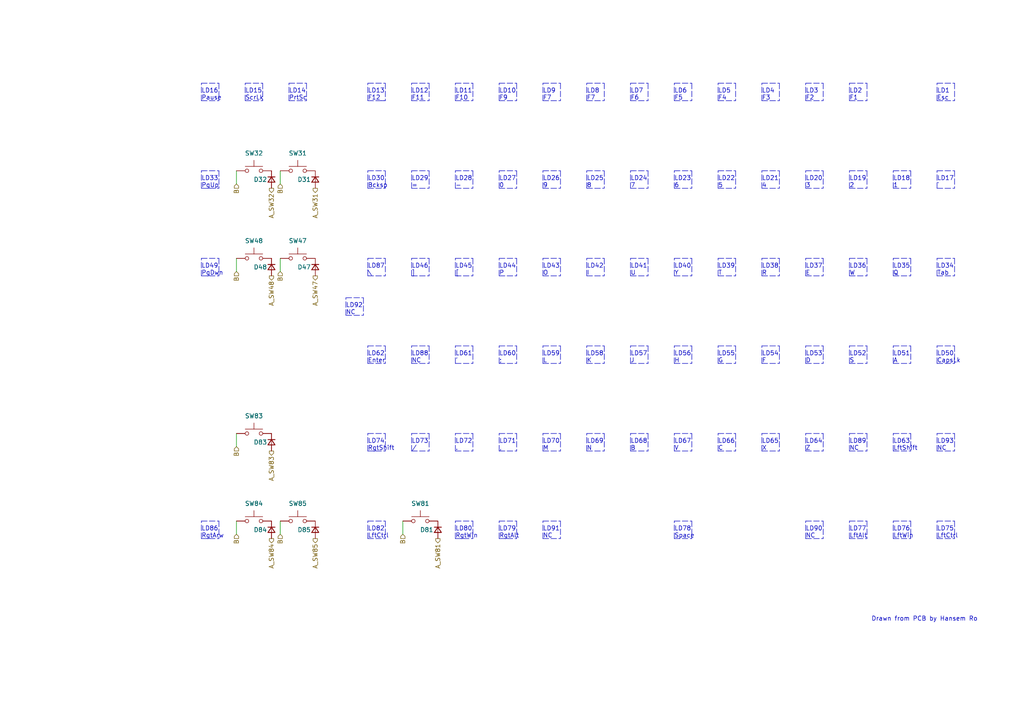
<source format=kicad_sch>
(kicad_sch (version 20211123) (generator eeschema)
  (paper "A4")
  (lib_symbols
    (symbol "Device:D_Small" (pin_numbers hide) (pin_names (offset 0.254) hide)
      (property "Reference" "D" (at -1.27 2.032 0))
      (property "Value" "D_Small" (at -3.81 -2.032 0))
      (symbol "D_Small_0_1"
        (polyline (pts (xy -0.762 -1.016) (xy -0.762 1.016)) (stroke (width 0.254)))
        (polyline (pts (xy -0.762 0) (xy 0.762 0)))
        (polyline (pts (xy 0.762 -1.016) (xy -0.762 0) (xy 0.762 1.016) (xy 0.762 -1.016)) (stroke (width 0.254)))
      )
      (symbol "D_Small_1_1"
        (pin passive line (at -2.54 0 0) (length 1.778) (name "K") (number "1"))
        (pin passive line (at 2.54 0 180) (length 1.778) (name "A") (number "2"))
      )
    )
    (symbol "Switch:SW_Push" (pin_numbers hide) (pin_names (offset 1.016) hide)
      (property "Reference" "SW" (at 1.27 2.54 0))
      (property "Value" "SW_Push" (at 0 -1.524 0))
      (symbol "SW_Push_0_1"
        (circle (center -2.032 0) (radius 0.508))
        (polyline (pts (xy 0 1.27) (xy 0 3.048)))
        (polyline (pts (xy 2.54 1.27) (xy -2.54 1.27)))
        (circle (center 2.032 0) (radius 0.508))
        (pin passive line (at -5.08 0 0) (length 2.54) (name "1") (number "1"))
        (pin passive line (at 5.08 0 180) (length 2.54) (name "2") (number "2"))
      )
    )
  )
  (polyline (pts (xy 226.06 125.73) (xy 226.06 130.81)))
  (polyline (pts (xy 276.86 151.13) (xy 276.86 156.21)))
  (polyline (pts (xy 271.78 151.13) (xy 276.86 151.13)))
  (polyline (pts (xy 259.08 49.53) (xy 264.16 49.53)))
  (polyline (pts (xy 220.98 24.13) (xy 226.06 24.13)))
  (polyline (pts (xy 226.06 49.53) (xy 226.06 54.61)))
  (polyline (pts (xy 187.96 100.33) (xy 187.96 105.41)))
  (polyline (pts (xy 271.78 80.01) (xy 276.86 80.01)))
  (polyline (pts (xy 157.48 151.13) (xy 162.56 151.13)))
  (polyline (pts (xy 170.18 130.81) (xy 175.26 130.81)))
  (polyline (pts (xy 175.26 49.53) (xy 175.26 54.61)))
  (polyline (pts (xy 259.08 105.41) (xy 264.16 105.41)))
  (polyline (pts (xy 264.16 151.13) (xy 264.16 156.21)))
  (polyline (pts (xy 106.68 125.73) (xy 111.76 125.73)))
  (polyline (pts (xy 233.68 54.61) (xy 238.76 54.61)))
  (polyline (pts (xy 119.38 80.01) (xy 124.46 80.01)))
  (polyline (pts (xy 259.08 80.01) (xy 264.16 80.01)))
  (polyline (pts (xy 271.78 80.01) (xy 271.78 74.93)))
  (polyline (pts (xy 106.68 105.41) (xy 111.76 105.41)))
  (polyline (pts (xy 132.08 100.33) (xy 137.16 100.33)))
  (polyline (pts (xy 157.48 54.61) (xy 157.48 49.53)))
  (polyline (pts (xy 195.58 125.73) (xy 200.66 125.73)))
  (polyline (pts (xy 200.66 49.53) (xy 200.66 54.61)))
  (polyline (pts (xy 137.16 24.13) (xy 137.16 29.21)))
  (polyline (pts (xy 195.58 80.01) (xy 195.58 74.93)))
  (polyline (pts (xy 195.58 105.41) (xy 200.66 105.41)))
  (polyline (pts (xy 208.28 105.41) (xy 213.36 105.41)))
  (polyline (pts (xy 170.18 29.21) (xy 170.18 24.13)))
  (polyline (pts (xy 246.38 80.01) (xy 251.46 80.01)))
  (polyline (pts (xy 157.48 24.13) (xy 162.56 24.13)))
  (polyline (pts (xy 132.08 24.13) (xy 137.16 24.13)))
  (polyline (pts (xy 220.98 49.53) (xy 226.06 49.53)))
  (polyline (pts (xy 144.78 130.81) (xy 149.86 130.81)))
  (polyline (pts (xy 208.28 130.81) (xy 213.36 130.81)))
  (polyline (pts (xy 195.58 54.61) (xy 195.58 49.53)))
  (polyline (pts (xy 170.18 29.21) (xy 175.26 29.21)))
  (polyline (pts (xy 195.58 130.81) (xy 195.58 125.73)))
  (polyline (pts (xy 132.08 105.41) (xy 137.16 105.41)))
  (polyline (pts (xy 182.88 54.61) (xy 182.88 49.53)))
  (polyline (pts (xy 246.38 49.53) (xy 251.46 49.53)))
  (polyline (pts (xy 170.18 105.41) (xy 175.26 105.41)))
  (polyline (pts (xy 182.88 105.41) (xy 187.96 105.41)))
  (polyline (pts (xy 144.78 80.01) (xy 149.86 80.01)))
  (polyline (pts (xy 157.48 130.81) (xy 157.48 125.73)))
  (polyline (pts (xy 271.78 24.13) (xy 276.86 24.13)))
  (polyline (pts (xy 170.18 54.61) (xy 170.18 49.53)))
  (polyline (pts (xy 149.86 49.53) (xy 149.86 54.61)))
  (polyline (pts (xy 251.46 125.73) (xy 251.46 130.81)))
  (polyline (pts (xy 233.68 151.13) (xy 238.76 151.13)))
  (polyline (pts (xy 208.28 130.81) (xy 208.28 125.73)))
  (polyline (pts (xy 106.68 54.61) (xy 106.68 49.53)))
  (polyline (pts (xy 271.78 105.41) (xy 276.86 105.41)))
  (polyline (pts (xy 195.58 130.81) (xy 200.66 130.81)))
  (polyline (pts (xy 132.08 74.93) (xy 137.16 74.93)))
  (polyline (pts (xy 208.28 29.21) (xy 213.36 29.21)))
  (polyline (pts (xy 233.68 49.53) (xy 238.76 49.53)))
  (polyline (pts (xy 144.78 80.01) (xy 144.78 74.93)))
  (polyline (pts (xy 106.68 29.21) (xy 106.68 24.13)))
  (polyline (pts (xy 276.86 24.13) (xy 276.86 29.21)))
  (polyline (pts (xy 246.38 54.61) (xy 251.46 54.61)))
  (polyline (pts (xy 88.9 24.13) (xy 88.9 29.21)))
  (polyline (pts (xy 233.68 29.21) (xy 238.76 29.21)))
  (polyline (pts (xy 213.36 125.73) (xy 213.36 130.81)))
  (polyline (pts (xy 58.42 29.21) (xy 63.5 29.21)))
  (polyline (pts (xy 233.68 54.61) (xy 233.68 49.53)))
  (polyline (pts (xy 58.42 151.13) (xy 63.5 151.13)))
  (polyline (pts (xy 208.28 24.13) (xy 213.36 24.13)))
  (polyline (pts (xy 137.16 74.93) (xy 137.16 80.01)))
  (polyline (pts (xy 213.36 49.53) (xy 213.36 54.61)))
  (polyline (pts (xy 233.68 74.93) (xy 238.76 74.93)))
  (polyline (pts (xy 259.08 130.81) (xy 259.08 125.73)))
  (polyline (pts (xy 220.98 105.41) (xy 220.98 100.33)))
  (polyline (pts (xy 124.46 125.73) (xy 124.46 130.81)))
  (polyline (pts (xy 106.68 80.01) (xy 106.68 74.93)))
  (polyline (pts (xy 124.46 74.93) (xy 124.46 80.01)))
  (polyline (pts (xy 105.41 86.36) (xy 105.41 91.44)))
  (polyline (pts (xy 259.08 156.21) (xy 259.08 151.13)))
  (polyline (pts (xy 200.66 125.73) (xy 200.66 130.81)))
  (polyline (pts (xy 238.76 151.13) (xy 238.76 156.21)))
  (polyline (pts (xy 157.48 105.41) (xy 162.56 105.41)))
  (polyline (pts (xy 246.38 29.21) (xy 251.46 29.21)))
  (polyline (pts (xy 220.98 105.41) (xy 226.06 105.41)))
  (polyline (pts (xy 246.38 105.41) (xy 251.46 105.41)))
  (polyline (pts (xy 58.42 24.13) (xy 63.5 24.13)))
  (polyline (pts (xy 100.33 86.36) (xy 105.41 86.36)))
  (polyline (pts (xy 271.78 130.81) (xy 271.78 125.73)))
  (polyline (pts (xy 132.08 130.81) (xy 132.08 125.73)))
  (polyline (pts (xy 111.76 24.13) (xy 111.76 29.21)))
  (polyline (pts (xy 170.18 130.81) (xy 170.18 125.73)))
  (polyline (pts (xy 238.76 74.93) (xy 238.76 80.01)))
  (polyline (pts (xy 106.68 80.01) (xy 111.76 80.01)))
  (polyline (pts (xy 144.78 54.61) (xy 149.86 54.61)))
  (polyline (pts (xy 271.78 54.61) (xy 276.86 54.61)))
  (polyline (pts (xy 124.46 24.13) (xy 124.46 29.21)))
  (polyline (pts (xy 124.46 49.53) (xy 124.46 54.61)))
  (polyline (pts (xy 157.48 156.21) (xy 162.56 156.21)))
  (polyline (pts (xy 182.88 29.21) (xy 187.96 29.21)))
  (polyline (pts (xy 208.28 49.53) (xy 213.36 49.53)))
  (polyline (pts (xy 162.56 49.53) (xy 162.56 54.61)))
  (polyline (pts (xy 76.2 24.13) (xy 76.2 29.21)))
  (polyline (pts (xy 132.08 54.61) (xy 132.08 49.53)))
  (polyline (pts (xy 144.78 49.53) (xy 149.86 49.53)))
  (polyline (pts (xy 276.86 74.93) (xy 276.86 80.01)))
  (polyline (pts (xy 187.96 74.93) (xy 187.96 80.01)))
  (polyline (pts (xy 132.08 49.53) (xy 137.16 49.53)))
  (polyline (pts (xy 251.46 74.93) (xy 251.46 80.01)))
  (polyline (pts (xy 149.86 74.93) (xy 149.86 80.01)))
  (polyline (pts (xy 200.66 74.93) (xy 200.66 80.01)))
  (polyline (pts (xy 119.38 100.33) (xy 124.46 100.33)))
  (polyline (pts (xy 111.76 29.21) (xy 110.49 29.21)))
  (polyline (pts (xy 58.42 74.93) (xy 63.5 74.93)))
  (polyline (pts (xy 195.58 156.21) (xy 195.58 151.13)))
  (polyline (pts (xy 208.28 74.93) (xy 213.36 74.93)))
  (polyline (pts (xy 246.38 156.21) (xy 246.38 151.13)))
  (polyline (pts (xy 170.18 100.33) (xy 175.26 100.33)))
  (polyline (pts (xy 233.68 80.01) (xy 233.68 74.93)))
  (polyline (pts (xy 157.48 29.21) (xy 157.48 24.13)))
  (polyline (pts (xy 182.88 74.93) (xy 187.96 74.93)))
  (polyline (pts (xy 233.68 125.73) (xy 238.76 125.73)))
  (polyline (pts (xy 246.38 74.93) (xy 251.46 74.93)))
  (polyline (pts (xy 195.58 74.93) (xy 200.66 74.93)))
  (polyline (pts (xy 106.68 105.41) (xy 106.68 100.33)))
  (polyline (pts (xy 220.98 80.01) (xy 220.98 74.93)))
  (polyline (pts (xy 132.08 29.21) (xy 132.08 24.13)))
  (polyline (pts (xy 111.76 74.93) (xy 111.76 80.01)))
  (polyline (pts (xy 271.78 74.93) (xy 276.86 74.93)))
  (polyline (pts (xy 132.08 130.81) (xy 137.16 130.81)))
  (polyline (pts (xy 195.58 49.53) (xy 200.66 49.53)))
  (polyline (pts (xy 175.26 74.93) (xy 175.26 80.01)))
  (polyline (pts (xy 170.18 80.01) (xy 175.26 80.01)))
  (polyline (pts (xy 71.12 29.21) (xy 71.12 24.13)))
  (polyline (pts (xy 246.38 125.73) (xy 251.46 125.73)))
  (polyline (pts (xy 58.42 29.21) (xy 58.42 24.13)))
  (polyline (pts (xy 106.68 151.13) (xy 111.76 151.13)))
  (polyline (pts (xy 106.68 156.21) (xy 111.76 156.21)))
  (polyline (pts (xy 137.16 151.13) (xy 137.16 156.21)))
  (polyline (pts (xy 157.48 80.01) (xy 162.56 80.01)))
  (polyline (pts (xy 271.78 100.33) (xy 276.86 100.33)))
  (polyline (pts (xy 208.28 80.01) (xy 208.28 74.93)))
  (polyline (pts (xy 119.38 105.41) (xy 119.38 100.33)))
  (polyline (pts (xy 226.06 100.33) (xy 226.06 105.41)))
  (polyline (pts (xy 157.48 29.21) (xy 162.56 29.21)))
  (polyline (pts (xy 182.88 130.81) (xy 187.96 130.81)))
  (polyline (pts (xy 238.76 125.73) (xy 238.76 130.81)))
  (polyline (pts (xy 170.18 24.13) (xy 175.26 24.13)))
  (polyline (pts (xy 170.18 54.61) (xy 175.26 54.61)))
  (polyline (pts (xy 233.68 100.33) (xy 238.76 100.33)))
  (polyline (pts (xy 200.66 151.13) (xy 200.66 156.21)))
  (polyline (pts (xy 157.48 125.73) (xy 162.56 125.73)))
  (polyline (pts (xy 144.78 29.21) (xy 149.86 29.21)))
  (polyline (pts (xy 271.78 54.61) (xy 271.78 49.53)))
  (wire (pts (xy 68.58 125.73) (xy 68.58 129.54)))
  (polyline (pts (xy 170.18 125.73) (xy 175.26 125.73)))
  (polyline (pts (xy 271.78 156.21) (xy 271.78 151.13)))
  (polyline (pts (xy 58.42 49.53) (xy 63.5 49.53)))
  (polyline (pts (xy 271.78 29.21) (xy 276.86 29.21)))
  (polyline (pts (xy 106.68 130.81) (xy 111.76 130.81)))
  (polyline (pts (xy 63.5 151.13) (xy 63.5 156.21)))
  (polyline (pts (xy 246.38 130.81) (xy 246.38 125.73)))
  (polyline (pts (xy 251.46 49.53) (xy 251.46 54.61)))
  (polyline (pts (xy 71.12 29.21) (xy 76.2 29.21)))
  (polyline (pts (xy 246.38 130.81) (xy 251.46 130.81)))
  (polyline (pts (xy 200.66 100.33) (xy 200.66 105.41)))
  (polyline (pts (xy 187.96 125.73) (xy 187.96 130.81)))
  (polyline (pts (xy 271.78 130.81) (xy 276.86 130.81)))
  (polyline (pts (xy 233.68 156.21) (xy 233.68 151.13)))
  (polyline (pts (xy 220.98 54.61) (xy 220.98 49.53)))
  (polyline (pts (xy 162.56 151.13) (xy 162.56 156.21)))
  (polyline (pts (xy 63.5 74.93) (xy 63.5 80.01)))
  (polyline (pts (xy 182.88 125.73) (xy 187.96 125.73)))
  (polyline (pts (xy 271.78 29.21) (xy 271.78 24.13)))
  (polyline (pts (xy 132.08 151.13) (xy 137.16 151.13)))
  (polyline (pts (xy 149.86 24.13) (xy 149.86 29.21)))
  (polyline (pts (xy 58.42 80.01) (xy 58.42 74.93)))
  (polyline (pts (xy 182.88 49.53) (xy 187.96 49.53)))
  (polyline (pts (xy 187.96 24.13) (xy 187.96 29.21)))
  (polyline (pts (xy 200.66 24.13) (xy 200.66 29.21)))
  (wire (pts (xy 81.28 74.93) (xy 81.28 78.74)))
  (polyline (pts (xy 58.42 54.61) (xy 58.42 49.53)))
  (polyline (pts (xy 157.48 49.53) (xy 162.56 49.53)))
  (polyline (pts (xy 195.58 156.21) (xy 200.66 156.21)))
  (polyline (pts (xy 220.98 74.93) (xy 226.06 74.93)))
  (polyline (pts (xy 220.98 125.73) (xy 226.06 125.73)))
  (polyline (pts (xy 195.58 54.61) (xy 200.66 54.61)))
  (polyline (pts (xy 137.16 100.33) (xy 137.16 105.41)))
  (polyline (pts (xy 106.68 156.21) (xy 106.68 151.13)))
  (polyline (pts (xy 58.42 156.21) (xy 63.5 156.21)))
  (polyline (pts (xy 233.68 80.01) (xy 238.76 80.01)))
  (polyline (pts (xy 259.08 125.73) (xy 264.16 125.73)))
  (polyline (pts (xy 132.08 80.01) (xy 137.16 80.01)))
  (polyline (pts (xy 182.88 54.61) (xy 187.96 54.61)))
  (polyline (pts (xy 71.12 24.13) (xy 76.2 24.13)))
  (polyline (pts (xy 157.48 54.61) (xy 162.56 54.61)))
  (polyline (pts (xy 162.56 74.93) (xy 162.56 80.01)))
  (polyline (pts (xy 124.46 100.33) (xy 124.46 105.41)))
  (polyline (pts (xy 63.5 24.13) (xy 63.5 29.21)))
  (wire (pts (xy 81.28 49.53) (xy 81.28 53.34)))
  (polyline (pts (xy 246.38 80.01) (xy 246.38 74.93)))
  (polyline (pts (xy 220.98 29.21) (xy 220.98 24.13)))
  (polyline (pts (xy 182.88 80.01) (xy 187.96 80.01)))
  (polyline (pts (xy 157.48 100.33) (xy 162.56 100.33)))
  (polyline (pts (xy 182.88 100.33) (xy 187.96 100.33)))
  (polyline (pts (xy 195.58 100.33) (xy 200.66 100.33)))
  (polyline (pts (xy 182.88 24.13) (xy 187.96 24.13)))
  (polyline (pts (xy 162.56 125.73) (xy 162.56 130.81)))
  (polyline (pts (xy 264.16 100.33) (xy 264.16 105.41)))
  (polyline (pts (xy 106.68 74.93) (xy 111.76 74.93)))
  (polyline (pts (xy 144.78 156.21) (xy 144.78 151.13)))
  (polyline (pts (xy 233.68 29.21) (xy 233.68 24.13)))
  (polyline (pts (xy 246.38 105.41) (xy 246.38 100.33)))
  (polyline (pts (xy 208.28 125.73) (xy 213.36 125.73)))
  (polyline (pts (xy 106.68 49.53) (xy 111.76 49.53)))
  (polyline (pts (xy 271.78 105.41) (xy 271.78 100.33)))
  (polyline (pts (xy 264.16 74.93) (xy 264.16 80.01)))
  (polyline (pts (xy 106.68 29.21) (xy 111.76 29.21)))
  (polyline (pts (xy 144.78 130.81) (xy 144.78 125.73)))
  (polyline (pts (xy 106.68 54.61) (xy 111.76 54.61)))
  (polyline (pts (xy 233.68 130.81) (xy 233.68 125.73)))
  (polyline (pts (xy 132.08 156.21) (xy 132.08 151.13)))
  (polyline (pts (xy 238.76 24.13) (xy 238.76 29.21)))
  (polyline (pts (xy 58.42 54.61) (xy 63.5 54.61)))
  (polyline (pts (xy 144.78 156.21) (xy 149.86 156.21)))
  (polyline (pts (xy 238.76 49.53) (xy 238.76 54.61)))
  (polyline (pts (xy 119.38 24.13) (xy 124.46 24.13)))
  (polyline (pts (xy 259.08 130.81) (xy 264.16 130.81)))
  (polyline (pts (xy 195.58 24.13) (xy 200.66 24.13)))
  (polyline (pts (xy 271.78 156.21) (xy 276.86 156.21)))
  (polyline (pts (xy 144.78 24.13) (xy 149.86 24.13)))
  (polyline (pts (xy 259.08 151.13) (xy 264.16 151.13)))
  (wire (pts (xy 68.58 151.13) (xy 68.58 154.94)))
  (polyline (pts (xy 220.98 80.01) (xy 226.06 80.01)))
  (polyline (pts (xy 259.08 54.61) (xy 264.16 54.61)))
  (polyline (pts (xy 182.88 29.21) (xy 182.88 24.13)))
  (polyline (pts (xy 144.78 54.61) (xy 144.78 49.53)))
  (polyline (pts (xy 220.98 100.33) (xy 226.06 100.33)))
  (polyline (pts (xy 157.48 74.93) (xy 162.56 74.93)))
  (polyline (pts (xy 195.58 80.01) (xy 200.66 80.01)))
  (polyline (pts (xy 119.38 29.21) (xy 119.38 24.13)))
  (polyline (pts (xy 119.38 54.61) (xy 124.46 54.61)))
  (polyline (pts (xy 137.16 125.73) (xy 137.16 130.81)))
  (polyline (pts (xy 246.38 156.21) (xy 251.46 156.21)))
  (polyline (pts (xy 119.38 54.61) (xy 119.38 49.53)))
  (polyline (pts (xy 195.58 29.21) (xy 200.66 29.21)))
  (polyline (pts (xy 111.76 100.33) (xy 111.76 105.41)))
  (polyline (pts (xy 251.46 100.33) (xy 251.46 105.41)))
  (polyline (pts (xy 157.48 80.01) (xy 157.48 74.93)))
  (polyline (pts (xy 233.68 24.13) (xy 238.76 24.13)))
  (polyline (pts (xy 111.76 49.53) (xy 111.76 54.61)))
  (polyline (pts (xy 246.38 151.13) (xy 251.46 151.13)))
  (polyline (pts (xy 259.08 80.01) (xy 259.08 74.93)))
  (polyline (pts (xy 233.68 105.41) (xy 233.68 100.33)))
  (polyline (pts (xy 58.42 80.01) (xy 63.5 80.01)))
  (polyline (pts (xy 132.08 156.21) (xy 137.16 156.21)))
  (wire (pts (xy 68.58 49.53) (xy 68.58 53.34)))
  (polyline (pts (xy 162.56 100.33) (xy 162.56 105.41)))
  (polyline (pts (xy 144.78 100.33) (xy 149.86 100.33)))
  (polyline (pts (xy 213.36 24.13) (xy 213.36 29.21)))
  (polyline (pts (xy 175.26 100.33) (xy 175.26 105.41)))
  (wire (pts (xy 81.28 151.13) (xy 81.28 154.94)))
  (polyline (pts (xy 144.78 105.41) (xy 149.86 105.41)))
  (polyline (pts (xy 119.38 74.93) (xy 124.46 74.93)))
  (polyline (pts (xy 144.78 125.73) (xy 149.86 125.73)))
  (polyline (pts (xy 182.88 80.01) (xy 182.88 74.93)))
  (polyline (pts (xy 246.38 24.13) (xy 251.46 24.13)))
  (polyline (pts (xy 246.38 54.61) (xy 246.38 49.53)))
  (polyline (pts (xy 276.86 100.33) (xy 276.86 105.41)))
  (polyline (pts (xy 213.36 100.33) (xy 213.36 105.41)))
  (polyline (pts (xy 149.86 151.13) (xy 149.86 156.21)))
  (polyline (pts (xy 170.18 80.01) (xy 170.18 74.93)))
  (polyline (pts (xy 271.78 125.73) (xy 276.86 125.73)))
  (polyline (pts (xy 208.28 54.61) (xy 213.36 54.61)))
  (polyline (pts (xy 83.82 29.21) (xy 83.82 24.13)))
  (polyline (pts (xy 157.48 130.81) (xy 162.56 130.81)))
  (polyline (pts (xy 195.58 151.13) (xy 200.66 151.13)))
  (polyline (pts (xy 175.26 125.73) (xy 175.26 130.81)))
  (wire (pts (xy 68.58 74.93) (xy 68.58 78.74)))
  (polyline (pts (xy 220.98 130.81) (xy 226.06 130.81)))
  (polyline (pts (xy 182.88 130.81) (xy 182.88 125.73)))
  (polyline (pts (xy 220.98 29.21) (xy 226.06 29.21)))
  (polyline (pts (xy 132.08 54.61) (xy 137.16 54.61)))
  (polyline (pts (xy 170.18 74.93) (xy 175.26 74.93)))
  (polyline (pts (xy 144.78 105.41) (xy 144.78 100.33)))
  (polyline (pts (xy 119.38 29.21) (xy 124.46 29.21)))
  (polyline (pts (xy 132.08 125.73) (xy 137.16 125.73)))
  (polyline (pts (xy 259.08 100.33) (xy 264.16 100.33)))
  (polyline (pts (xy 106.68 100.33) (xy 111.76 100.33)))
  (polyline (pts (xy 144.78 151.13) (xy 149.86 151.13)))
  (polyline (pts (xy 119.38 130.81) (xy 124.46 130.81)))
  (polyline (pts (xy 119.38 125.73) (xy 124.46 125.73)))
  (polyline (pts (xy 111.76 151.13) (xy 111.76 156.21)))
  (polyline (pts (xy 233.68 130.81) (xy 238.76 130.81)))
  (polyline (pts (xy 208.28 29.21) (xy 208.28 24.13)))
  (polyline (pts (xy 259.08 54.61) (xy 259.08 49.53)))
  (polyline (pts (xy 157.48 156.21) (xy 157.48 151.13)))
  (polyline (pts (xy 251.46 24.13) (xy 251.46 29.21)))
  (polyline (pts (xy 187.96 49.53) (xy 187.96 54.61)))
  (polyline (pts (xy 246.38 29.21) (xy 246.38 24.13)))
  (polyline (pts (xy 132.08 105.41) (xy 132.08 100.33)))
  (polyline (pts (xy 119.38 49.53) (xy 124.46 49.53)))
  (polyline (pts (xy 226.06 24.13) (xy 226.06 29.21)))
  (polyline (pts (xy 259.08 156.21) (xy 264.16 156.21)))
  (polyline (pts (xy 220.98 130.81) (xy 220.98 125.73)))
  (polyline (pts (xy 238.76 100.33) (xy 238.76 105.41)))
  (polyline (pts (xy 119.38 105.41) (xy 124.46 105.41)))
  (polyline (pts (xy 264.16 125.73) (xy 264.16 130.81)))
  (polyline (pts (xy 233.68 105.41) (xy 238.76 105.41)))
  (polyline (pts (xy 208.28 100.33) (xy 213.36 100.33)))
  (polyline (pts (xy 251.46 151.13) (xy 251.46 156.21)))
  (polyline (pts (xy 119.38 80.01) (xy 119.38 74.93)))
  (polyline (pts (xy 276.86 49.53) (xy 276.86 54.61)))
  (polyline (pts (xy 119.38 130.81) (xy 119.38 125.73)))
  (polyline (pts (xy 132.08 80.01) (xy 132.08 74.93)))
  (polyline (pts (xy 195.58 105.41) (xy 195.58 100.33)))
  (polyline (pts (xy 259.08 74.93) (xy 264.16 74.93)))
  (polyline (pts (xy 83.82 29.21) (xy 88.9 29.21)))
  (polyline (pts (xy 100.33 91.44) (xy 100.33 86.36)))
  (polyline (pts (xy 58.42 156.21) (xy 58.42 151.13)))
  (polyline (pts (xy 106.68 130.81) (xy 106.68 125.73)))
  (polyline (pts (xy 157.48 105.41) (xy 157.48 100.33)))
  (polyline (pts (xy 233.68 156.21) (xy 238.76 156.21)))
  (polyline (pts (xy 175.26 24.13) (xy 175.26 29.21)))
  (polyline (pts (xy 220.98 54.61) (xy 226.06 54.61)))
  (polyline (pts (xy 208.28 80.01) (xy 213.36 80.01)))
  (polyline (pts (xy 246.38 100.33) (xy 251.46 100.33)))
  (polyline (pts (xy 195.58 29.21) (xy 195.58 24.13)))
  (polyline (pts (xy 149.86 125.73) (xy 149.86 130.81)))
  (polyline (pts (xy 208.28 54.61) (xy 208.28 49.53)))
  (polyline (pts (xy 271.78 49.53) (xy 276.86 49.53)))
  (polyline (pts (xy 83.82 24.13) (xy 88.9 24.13)))
  (polyline (pts (xy 149.86 100.33) (xy 149.86 105.41)))
  (polyline (pts (xy 170.18 105.41) (xy 170.18 100.33)))
  (polyline (pts (xy 63.5 49.53) (xy 63.5 54.61)))
  (polyline (pts (xy 226.06 74.93) (xy 226.06 80.01)))
  (polyline (pts (xy 100.33 91.44) (xy 105.41 91.44)))
  (polyline (pts (xy 111.76 125.73) (xy 111.76 130.81)))
  (polyline (pts (xy 162.56 24.13) (xy 162.56 29.21)))
  (polyline (pts (xy 137.16 49.53) (xy 137.16 54.61)))
  (polyline (pts (xy 144.78 29.21) (xy 144.78 24.13)))
  (polyline (pts (xy 259.08 105.41) (xy 259.08 100.33)))
  (polyline (pts (xy 106.68 24.13) (xy 111.76 24.13)))
  (polyline (pts (xy 170.18 49.53) (xy 175.26 49.53)))
  (polyline (pts (xy 182.88 105.41) (xy 182.88 100.33)))
  (polyline (pts (xy 276.86 125.73) (xy 276.86 130.81)))
  (polyline (pts (xy 132.08 29.21) (xy 137.16 29.21)))
  (polyline (pts (xy 264.16 49.53) (xy 264.16 54.61)))
  (polyline (pts (xy 144.78 74.93) (xy 149.86 74.93)))
  (wire (pts (xy 116.84 151.13) (xy 116.84 154.94)))
  (polyline (pts (xy 213.36 74.93) (xy 213.36 80.01)))
  (polyline (pts (xy 208.28 105.41) (xy 208.28 100.33)))
  (text "LD13\nF12" (at 106.68 29.21 0) (effects (font (size 1.27 1.27)) (justify left bottom)))
  (text "LD20\n3" (at 233.68 54.61 0) (effects (font (size 1.27 1.27)) (justify left bottom)))
  (text "LD67\nV" (at 195.58 130.81 0) (effects (font (size 1.27 1.27)) (justify left bottom)))
  (text "LD73\n/" (at 119.38 130.81 0) (effects (font (size 1.27 1.27)) (justify left bottom)))
  (text "LD55\nG" (at 208.28 105.41 0) (effects (font (size 1.27 1.27)) (justify left bottom)))
  (text "LD88\nNC" (at 119.38 105.41 0) (effects (font (size 1.27 1.27)) (justify left bottom)))
  (text "LD65\nX" (at 220.98 130.81 0) (effects (font (size 1.27 1.27)) (justify left bottom)))
  (text "LD54\nF" (at 220.98 105.41 0) (effects (font (size 1.27 1.27)) (justify left bottom)))
  (text "LD10\nF9" (at 144.78 29.21 0) (effects (font (size 1.27 1.27)) (justify left bottom)))
  (text "LD64\nZ" (at 233.68 130.81 0) (effects (font (size 1.27 1.27)) (justify left bottom)))
  (text "LD87\n\\" (at 106.68 80.01 0) (effects (font (size 1.27 1.27)) (justify left bottom)))
  (text "LD27\n0" (at 144.78 54.61 0) (effects (font (size 1.27 1.27)) (justify left bottom)))
  (text "LD66\nC" (at 208.28 130.81 0) (effects (font (size 1.27 1.27)) (justify left bottom)))
  (text "LD56\nH" (at 195.58 105.41 0) (effects (font (size 1.27 1.27)) (justify left bottom)))
  (text "LD11\nF10" (at 132.08 29.21 0) (effects (font (size 1.27 1.27)) (justify left bottom)))
  (text "LD19\n2" (at 246.38 54.61 0) (effects (font (size 1.27 1.27)) (justify left bottom)))
  (text "LD58\nK" (at 170.18 105.41 0) (effects (font (size 1.27 1.27)) (justify left bottom)))
  (text "LD60\n;" (at 144.78 105.41 0) (effects (font (size 1.27 1.27)) (justify left bottom)))
  (text "LD79\nRgtAlt" (at 144.78 156.21 0) (effects (font (size 1.27 1.27)) (justify left bottom)))
  (text "LD30\nBcksp" (at 106.68 54.61 0) (effects (font (size 1.27 1.27)) (justify left bottom)))
  (text "LD24\n7" (at 182.88 54.61 0) (effects (font (size 1.27 1.27)) (justify left bottom)))
  (text "LD36\nW" (at 246.38 80.01 0) (effects (font (size 1.27 1.27)) (justify left bottom)))
  (text "LD51\nA" (at 259.08 105.41 0) (effects (font (size 1.27 1.27)) (justify left bottom)))
  (text "LD35\nQ" (at 259.08 80.01 0) (effects (font (size 1.27 1.27)) (justify left bottom)))
  (text "LD72\n." (at 132.08 130.81 0) (effects (font (size 1.27 1.27)) (justify left bottom)))
  (text "LD4\nF3" (at 220.98 29.21 0) (effects (font (size 1.27 1.27)) (justify left bottom)))
  (text "LD15\nScrLk" (at 71.12 29.21 0) (effects (font (size 1.27 1.27)) (justify left bottom)))
  (text "LD59\nL" (at 157.48 105.41 0) (effects (font (size 1.27 1.27)) (justify left bottom)))
  (text "Drawn from PCB by Hansem Ro" (at 252.73 180.34 0) (effects (font (size 1.27 1.27)) (justify left bottom)))
  (text "LD57\nJ" (at 182.88 105.41 0) (effects (font (size 1.27 1.27)) (justify left bottom)))
  (text "LD40\nY" (at 195.58 80.01 0) (effects (font (size 1.27 1.27)) (justify left bottom)))
  (text "LD74\nRgtShift" (at 106.68 130.81 0) (effects (font (size 1.27 1.27)) (justify left bottom)))
  (text "LD6\nF5" (at 195.58 29.21 0) (effects (font (size 1.27 1.27)) (justify left bottom)))
  (text "LD80\nRgtWin" (at 132.08 156.21 0) (effects (font (size 1.27 1.27)) (justify left bottom)))
  (text "LD50\nCapsLk" (at 271.78 105.41 0) (effects (font (size 1.27 1.27)) (justify left bottom)))
  (text "LD70\nM" (at 157.48 130.81 0) (effects (font (size 1.27 1.27)) (justify left bottom)))
  (text "LD38\nR" (at 220.98 80.01 0) (effects (font (size 1.27 1.27)) (justify left bottom)))
  (text "LD7\nF6" (at 182.88 29.21 0) (effects (font (size 1.27 1.27)) (justify left bottom)))
  (text "LD9\nF7" (at 157.48 29.21 0) (effects (font (size 1.27 1.27)) (justify left bottom)))
  (text "LD17\n`" (at 271.78 54.61 0) (effects (font (size 1.27 1.27)) (justify left bottom)))
  (text "LD41\nU" (at 182.88 80.01 0) (effects (font (size 1.27 1.27)) (justify left bottom)))
  (text "LD68\nB" (at 182.88 130.81 0) (effects (font (size 1.27 1.27)) (justify left bottom)))
  (text "LD63\nLftShift" (at 259.08 130.81 0) (effects (font (size 1.27 1.27)) (justify left bottom)))
  (text "LD90\nNC" (at 233.68 156.21 0) (effects (font (size 1.27 1.27)) (justify left bottom)))
  (text "LD26\n9" (at 157.48 54.61 0) (effects (font (size 1.27 1.27)) (justify left bottom)))
  (text "LD42\nI" (at 170.18 80.01 0) (effects (font (size 1.27 1.27)) (justify left bottom)))
  (text "LD18\n1" (at 259.08 54.61 0) (effects (font (size 1.27 1.27)) (justify left bottom)))
  (text "LD12\nF11" (at 119.38 29.21 0) (effects (font (size 1.27 1.27)) (justify left bottom)))
  (text "LD76\nLftWin" (at 259.08 156.21 0) (effects (font (size 1.27 1.27)) (justify left bottom)))
  (text "LD46\n]" (at 119.38 80.01 0) (effects (font (size 1.27 1.27)) (justify left bottom)))
  (text "LD86\nRgtArw" (at 58.42 156.21 0) (effects (font (size 1.27 1.27)) (justify left bottom)))
  (text "LD29\n=" (at 119.38 54.61 0) (effects (font (size 1.27 1.27)) (justify left bottom)))
  (text "LD71\n," (at 144.78 130.81 0) (effects (font (size 1.27 1.27)) (justify left bottom)))
  (text "LD37\nE" (at 233.68 80.01 0) (effects (font (size 1.27 1.27)) (justify left bottom)))
  (text "LD89\nNC" (at 246.38 130.81 0) (effects (font (size 1.27 1.27)) (justify left bottom)))
  (text "LD5\nF4" (at 208.28 29.21 0) (effects (font (size 1.27 1.27)) (justify left bottom)))
  (text "LD49\nPgDwn" (at 58.42 80.01 0) (effects (font (size 1.27 1.27)) (justify left bottom)))
  (text "LD14\nPrtSc" (at 83.82 29.21 0) (effects (font (size 1.27 1.27)) (justify left bottom)))
  (text "LD44\nP" (at 144.78 80.01 0) (effects (font (size 1.27 1.27)) (justify left bottom)))
  (text "LD21\n4" (at 220.98 54.61 0) (effects (font (size 1.27 1.27)) (justify left bottom)))
  (text "LD3\nF2" (at 233.68 29.21 0) (effects (font (size 1.27 1.27)) (justify left bottom)))
  (text "LD69\nN" (at 170.18 130.81 0) (effects (font (size 1.27 1.27)) (justify left bottom)))
  (text "LD82\nLftCtrl" (at 106.68 156.21 0) (effects (font (size 1.27 1.27)) (justify left bottom)))
  (text "LD28\n-" (at 132.08 54.61 0) (effects (font (size 1.27 1.27)) (justify left bottom)))
  (text "LD1\nEsc" (at 271.78 29.21 0) (effects (font (size 1.27 1.27)) (justify left bottom)))
  (text "LD39\nT" (at 208.28 80.01 0) (effects (font (size 1.27 1.27)) (justify left bottom)))
  (text "LD45\n[" (at 132.08 80.01 0) (effects (font (size 1.27 1.27)) (justify left bottom)))
  (text "LD93\nNC" (at 271.78 130.81 0) (effects (font (size 1.27 1.27)) (justify left bottom)))
  (text "LD43\nO" (at 157.48 80.01 0) (effects (font (size 1.27 1.27)) (justify left bottom)))
  (text "LD52\nS" (at 246.38 105.41 0) (effects (font (size 1.27 1.27)) (justify left bottom)))
  (text "LD33\nPgUp" (at 58.42 54.61 0) (effects (font (size 1.27 1.27)) (justify left bottom)))
  (text "LD2\nF1" (at 246.38 29.21 0) (effects (font (size 1.27 1.27)) (justify left bottom)))
  (text "LD91\nNC" (at 157.48 156.21 0) (effects (font (size 1.27 1.27)) (justify left bottom)))
  (text "LD16\nPause" (at 58.42 29.21 0) (effects (font (size 1.27 1.27)) (justify left bottom)))
  (text "LD53\nD" (at 233.68 105.41 0) (effects (font (size 1.27 1.27)) (justify left bottom)))
  (text "LD8\nF7" (at 170.18 29.21 0) (effects (font (size 1.27 1.27)) (justify left bottom)))
  (text "LD61\n'" (at 132.08 105.41 0) (effects (font (size 1.27 1.27)) (justify left bottom)))
  (text "LD25\n8" (at 170.18 54.61 0) (effects (font (size 1.27 1.27)) (justify left bottom)))
  (text "LD78\nSpace" (at 195.58 156.21 0) (effects (font (size 1.27 1.27)) (justify left bottom)))
  (text "LD34\nTab" (at 271.78 80.01 0) (effects (font (size 1.27 1.27)) (justify left bottom)))
  (text "LD75\nLftCtrl" (at 271.78 156.21 0) (effects (font (size 1.27 1.27)) (justify left bottom)))
  (text "LD92\nNC" (at 100.33 91.44 0) (effects (font (size 1.27 1.27)) (justify left bottom)))
  (text "LD23\n6" (at 195.58 54.61 0) (effects (font (size 1.27 1.27)) (justify left bottom)))
  (text "LD22\n5" (at 208.28 54.61 0) (effects (font (size 1.27 1.27)) (justify left bottom)))
  (text "LD77\nLftAlt" (at 246.38 156.21 0) (effects (font (size 1.27 1.27)) (justify left bottom)))
  (text "LD62\nEnter" (at 106.68 105.41 0) (effects (font (size 1.27 1.27)) (justify left bottom)))
  (hierarchical_label "A_SW31" (shape output) (at 91.44 54.61 270))
  (hierarchical_label "B" (shape input) (at 68.58 78.74 270))
  (hierarchical_label "A_SW83" (shape output) (at 78.74 130.81 270))
  (hierarchical_label "A_SW85" (shape output) (at 91.44 156.21 270))
  (hierarchical_label "A_SW81" (shape output) (at 127 156.21 270))
  (hierarchical_label "B" (shape input) (at 81.28 53.34 270))
  (hierarchical_label "B" (shape input) (at 68.58 129.54 270))
  (hierarchical_label "A_SW48" (shape output) (at 78.74 80.01 270))
  (hierarchical_label "A_SW47" (shape output) (at 91.44 80.01 270))
  (hierarchical_label "A_SW32" (shape output) (at 78.74 54.61 270))
  (hierarchical_label "B" (shape input) (at 81.28 78.74 270))
  (hierarchical_label "B" (shape input) (at 81.28 154.94 270))
  (hierarchical_label "A_SW84" (shape output) (at 78.74 156.21 270))
  (hierarchical_label "B" (shape input) (at 116.84 154.94 270))
  (hierarchical_label "B" (shape input) (at 68.58 53.34 270))
  (hierarchical_label "B" (shape input) (at 68.58 154.94 270))
  (symbol (lib_id "Device:D_Small") (at 78.74 52.07 270) (unit 1)
    (property "Reference" "D32" (at 77.47 52.07 90) (effects (justify right)))
  )
  (symbol (lib_id "Device:D_Small") (at 127 153.67 270) (unit 1)
    (property "Reference" "D81" (at 125.73 153.67 90) (effects (justify right)))
  )
  (symbol (lib_id "Switch:SW_Push") (at 73.66 49.53 0) (unit 1)
    (property "Reference" "SW32" (at 73.66 44.45 0))
  )
  (symbol (lib_id "Switch:SW_Push") (at 86.36 151.13 0) (unit 1)
    (property "Reference" "SW85" (at 86.36 146.05 0))
  )
  (symbol (lib_id "Switch:SW_Push") (at 73.66 151.13 0) (unit 1)
    (property "Reference" "SW84" (at 73.66 146.05 0))
  )
  (symbol (lib_id "Device:D_Small") (at 91.44 52.07 270) (unit 1)
    (property "Reference" "D31" (at 90.17 52.07 90) (effects (justify right)))
  )
  (symbol (lib_id "Switch:SW_Push") (at 86.36 74.93 0) (unit 1)
    (property "Reference" "SW47" (at 86.36 69.85 0))
  )
  (symbol (lib_id "Device:D_Small") (at 78.74 128.27 270) (unit 1)
    (property "Reference" "D83" (at 77.47 128.27 90) (effects (justify right)))
  )
  (symbol (lib_id "Switch:SW_Push") (at 73.66 74.93 0) (unit 1)
    (property "Reference" "SW48" (at 73.66 69.85 0))
  )
  (symbol (lib_id "Switch:SW_Push") (at 86.36 49.53 0) (unit 1)
    (property "Reference" "SW31" (at 86.36 44.45 0))
  )
  (symbol (lib_id "Device:D_Small") (at 78.74 153.67 270) (unit 1)
    (property "Reference" "D84" (at 77.47 153.67 90) (effects (justify right)))
  )
  (symbol (lib_id "Switch:SW_Push") (at 121.92 151.13 0) (unit 1)
    (property "Reference" "SW81" (at 121.92 146.05 0))
  )
  (symbol (lib_id "Device:D_Small") (at 91.44 153.67 270) (unit 1)
    (property "Reference" "D85" (at 90.17 153.67 90) (effects (justify right)))
  )
  (symbol (lib_id "Switch:SW_Push") (at 73.66 125.73 0) (unit 1)
    (property "Reference" "SW83" (at 73.66 120.65 0))
  )
  (symbol (lib_id "Device:D_Small") (at 78.74 77.47 270) (unit 1)
    (property "Reference" "D48" (at 77.47 77.47 90) (effects (justify right)))
  )
  (symbol (lib_id "Device:D_Small") (at 91.44 77.47 270) (unit 1)
    (property "Reference" "D47" (at 90.17 77.47 90) (effects (justify right)))
  )
)
</source>
